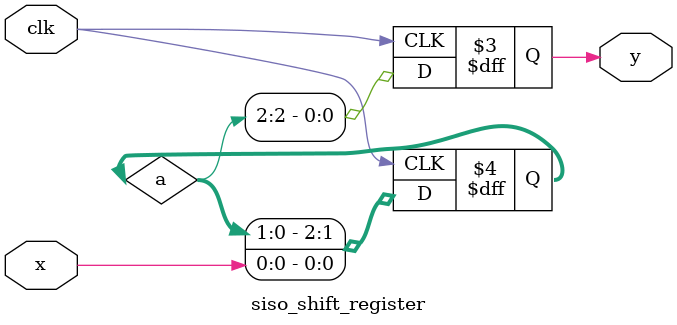
<source format=v>
/*`timescale 1ns / 1ps

module siso_shift_register(x,clk,y);
input x,clk;
output reg y;
reg [2:0]a;
initial begin
y<=1'b0;
a<=3'b000;
end
always@(posedge clk)begin
a[2]<=x;
a[1]<=a[2];
a[0]<=a[1];
y<=a[0];
end
endmodule
*/
`timescale 1ns / 1ps

module siso_shift_register (
    input wire x,       // Serial input
    input wire clk,     // Clock input
    output reg y        // Serial output
);
    reg [2:0] a; // 3-bit shift register storage

    // Shift register logic
    always @(posedge clk) begin
        a[2] <= a[1]; // Shift right
        a[1] <= a[0];
        a[0] <= x;    // Insert new bit into LSB
    end

    // Output the MSB
    always @(posedge clk) begin
        y <= a[2];
    end
endmodule
</source>
